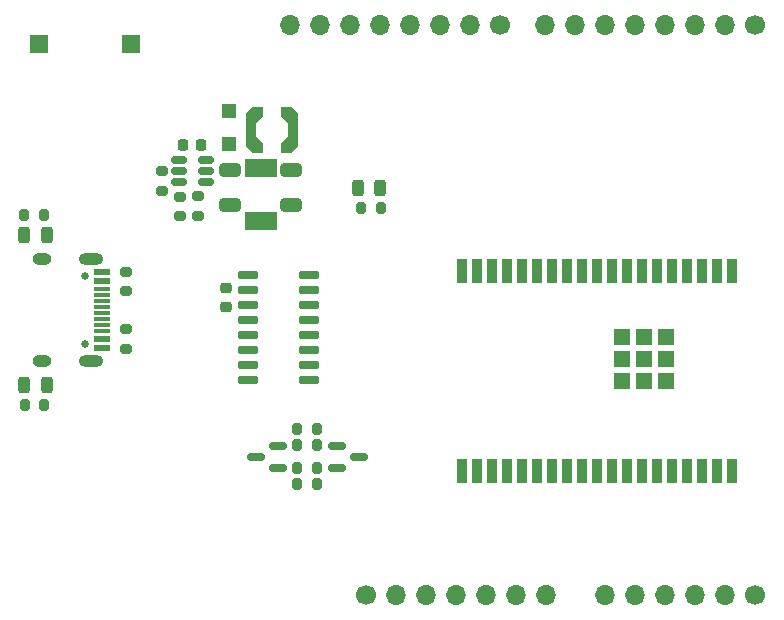
<source format=gbr>
%TF.GenerationSoftware,KiCad,Pcbnew,8.0.5*%
%TF.CreationDate,2024-12-12T18:20:32+01:00*%
%TF.ProjectId,Arduino_ESP,41726475-696e-46f5-9f45-53502e6b6963,rev?*%
%TF.SameCoordinates,Original*%
%TF.FileFunction,Soldermask,Top*%
%TF.FilePolarity,Negative*%
%FSLAX46Y46*%
G04 Gerber Fmt 4.6, Leading zero omitted, Abs format (unit mm)*
G04 Created by KiCad (PCBNEW 8.0.5) date 2024-12-12 18:20:32*
%MOMM*%
%LPD*%
G01*
G04 APERTURE LIST*
G04 Aperture macros list*
%AMRoundRect*
0 Rectangle with rounded corners*
0 $1 Rounding radius*
0 $2 $3 $4 $5 $6 $7 $8 $9 X,Y pos of 4 corners*
0 Add a 4 corners polygon primitive as box body*
4,1,4,$2,$3,$4,$5,$6,$7,$8,$9,$2,$3,0*
0 Add four circle primitives for the rounded corners*
1,1,$1+$1,$2,$3*
1,1,$1+$1,$4,$5*
1,1,$1+$1,$6,$7*
1,1,$1+$1,$8,$9*
0 Add four rect primitives between the rounded corners*
20,1,$1+$1,$2,$3,$4,$5,0*
20,1,$1+$1,$4,$5,$6,$7,0*
20,1,$1+$1,$6,$7,$8,$9,0*
20,1,$1+$1,$8,$9,$2,$3,0*%
%AMFreePoly0*
4,1,11,1.015000,1.170000,0.435000,0.575000,0.435000,-0.575000,1.015000,-1.170000,1.015000,-1.945000,0.125000,-1.945000,-0.435000,-1.395000,-0.435000,1.395000,0.125000,1.945000,1.015000,1.945000,1.015000,1.170000,1.015000,1.170000,$1*%
%AMFreePoly1*
4,1,11,0.435000,1.395000,0.435000,-1.395000,-0.125000,-1.945000,-1.015000,-1.945000,-1.015000,-1.170000,-0.435000,-0.575000,-0.435000,0.575000,-1.015000,1.170000,-1.015000,1.945000,-0.125000,1.945000,0.435000,1.395000,0.435000,1.395000,$1*%
G04 Aperture macros list end*
%ADD10RoundRect,0.250000X-0.650000X0.325000X-0.650000X-0.325000X0.650000X-0.325000X0.650000X0.325000X0*%
%ADD11RoundRect,0.150000X0.587500X0.150000X-0.587500X0.150000X-0.587500X-0.150000X0.587500X-0.150000X0*%
%ADD12R,1.500000X1.500000*%
%ADD13RoundRect,0.200000X-0.200000X-0.275000X0.200000X-0.275000X0.200000X0.275000X-0.200000X0.275000X0*%
%ADD14C,1.700000*%
%ADD15O,1.700000X1.700000*%
%ADD16RoundRect,0.150000X-0.725000X-0.150000X0.725000X-0.150000X0.725000X0.150000X-0.725000X0.150000X0*%
%ADD17RoundRect,0.200000X0.200000X0.275000X-0.200000X0.275000X-0.200000X-0.275000X0.200000X-0.275000X0*%
%ADD18FreePoly0,0.000000*%
%ADD19FreePoly1,0.000000*%
%ADD20RoundRect,0.243750X0.243750X0.456250X-0.243750X0.456250X-0.243750X-0.456250X0.243750X-0.456250X0*%
%ADD21RoundRect,0.243750X-0.243750X-0.456250X0.243750X-0.456250X0.243750X0.456250X-0.243750X0.456250X0*%
%ADD22RoundRect,0.225000X0.250000X-0.225000X0.250000X0.225000X-0.250000X0.225000X-0.250000X-0.225000X0*%
%ADD23RoundRect,0.150000X-0.587500X-0.150000X0.587500X-0.150000X0.587500X0.150000X-0.587500X0.150000X0*%
%ADD24R,0.900000X2.000000*%
%ADD25R,1.330000X1.330000*%
%ADD26RoundRect,0.200000X0.275000X-0.200000X0.275000X0.200000X-0.275000X0.200000X-0.275000X-0.200000X0*%
%ADD27C,0.650000*%
%ADD28R,1.450000X0.600000*%
%ADD29R,1.450000X0.300000*%
%ADD30O,2.100000X1.000000*%
%ADD31O,1.600000X1.000000*%
%ADD32RoundRect,0.200000X-0.275000X0.200000X-0.275000X-0.200000X0.275000X-0.200000X0.275000X0.200000X0*%
%ADD33R,2.700000X1.500000*%
%ADD34RoundRect,0.225000X-0.225000X-0.250000X0.225000X-0.250000X0.225000X0.250000X-0.225000X0.250000X0*%
%ADD35RoundRect,0.150000X-0.512500X-0.150000X0.512500X-0.150000X0.512500X0.150000X-0.512500X0.150000X0*%
%ADD36R,1.200000X1.200000*%
G04 APERTURE END LIST*
D10*
%TO.C,C2*%
X136601200Y-75131400D03*
X136601200Y-78081400D03*
%TD*%
D11*
%TO.C,IC2*%
X140652000Y-100340200D03*
X140652000Y-98440200D03*
X138777000Y-99390200D03*
%TD*%
D12*
%TO.C,SW1*%
X128207600Y-64414400D03*
X120407600Y-64414400D03*
%TD*%
D13*
%TO.C,R10*%
X119215400Y-94996000D03*
X120865400Y-94996000D03*
%TD*%
D14*
%TO.C,J1*%
X181100000Y-62800000D03*
D15*
X178560000Y-62800000D03*
X176020000Y-62800000D03*
X173480000Y-62800000D03*
X170940000Y-62800000D03*
X168400000Y-62800000D03*
X165860000Y-62800000D03*
X163320000Y-62800000D03*
%TD*%
D16*
%TO.C,U1*%
X138106000Y-84023200D03*
X138106000Y-85293200D03*
X138106000Y-86563200D03*
X138106000Y-87833200D03*
X138106000Y-89103200D03*
X138106000Y-90373200D03*
X138106000Y-91643200D03*
X138106000Y-92913200D03*
X143256000Y-92913200D03*
X143256000Y-91643200D03*
X143256000Y-90373200D03*
X143256000Y-89103200D03*
X143256000Y-87833200D03*
X143256000Y-86563200D03*
X143256000Y-85293200D03*
X143256000Y-84023200D03*
%TD*%
D17*
%TO.C,R5*%
X143966200Y-100355400D03*
X142316200Y-100355400D03*
%TD*%
D14*
%TO.C,J2*%
X159500000Y-62800000D03*
D15*
X156960000Y-62800000D03*
X154420000Y-62800000D03*
X151880000Y-62800000D03*
X149340000Y-62800000D03*
X146800000Y-62800000D03*
X144260000Y-62800000D03*
X141720000Y-62800000D03*
%TD*%
D18*
%TO.C,L1*%
X138392200Y-71729600D03*
D19*
X141922200Y-71729600D03*
%TD*%
D20*
%TO.C,D5*%
X149324300Y-76606400D03*
X147449300Y-76606400D03*
%TD*%
D21*
%TO.C,D2*%
X119204500Y-80568800D03*
X121079500Y-80568800D03*
%TD*%
D14*
%TO.C,J4*%
X148160000Y-111100000D03*
D15*
X150700000Y-111100000D03*
X153240000Y-111100000D03*
X155780000Y-111100000D03*
X158320000Y-111100000D03*
X160860000Y-111100000D03*
X163400000Y-111100000D03*
%TD*%
D22*
%TO.C,C1*%
X136312200Y-86669000D03*
X136312200Y-85119000D03*
%TD*%
D23*
%TO.C,IC3*%
X145658100Y-98455400D03*
X145658100Y-100355400D03*
X147533100Y-99405400D03*
%TD*%
D24*
%TO.C,IC1*%
X179147000Y-83616000D03*
X177877000Y-83616000D03*
X176607000Y-83616000D03*
X175337000Y-83616000D03*
X174067000Y-83616000D03*
X172797000Y-83616000D03*
X171527000Y-83616000D03*
X170257000Y-83616000D03*
X168987000Y-83616000D03*
X167717000Y-83616000D03*
X166447000Y-83616000D03*
X165177000Y-83616000D03*
X163907000Y-83616000D03*
X162637000Y-83616000D03*
X161367000Y-83616000D03*
X160097000Y-83616000D03*
X158827000Y-83616000D03*
X157557000Y-83616000D03*
X156287000Y-83616000D03*
X156287000Y-100616000D03*
X157557000Y-100616000D03*
X158827000Y-100616000D03*
X160097000Y-100616000D03*
X161367000Y-100616000D03*
X162637000Y-100616000D03*
X163907000Y-100616000D03*
X165177000Y-100616000D03*
X166447000Y-100616000D03*
X167717000Y-100616000D03*
X168987000Y-100616000D03*
X170257000Y-100616000D03*
X171527000Y-100616000D03*
X172797000Y-100616000D03*
X174067000Y-100616000D03*
X175337000Y-100616000D03*
X176607000Y-100616000D03*
X177877000Y-100616000D03*
X179147000Y-100616000D03*
D25*
X173482000Y-89281000D03*
X171647000Y-89281000D03*
X169812000Y-89281000D03*
X169812000Y-91116000D03*
X169812000Y-92951000D03*
X171647000Y-92951000D03*
X173482000Y-92951000D03*
X173482000Y-91116000D03*
X171647000Y-91116000D03*
%TD*%
D26*
%TO.C,R14*%
X127762000Y-85356200D03*
X127762000Y-83706200D03*
%TD*%
D27*
%TO.C,J6*%
X124335800Y-84060000D03*
X124335800Y-89840000D03*
D28*
X125780800Y-83700000D03*
X125780800Y-84500000D03*
D29*
X125780800Y-85700000D03*
X125780800Y-86700000D03*
X125780800Y-87200000D03*
X125780800Y-88200000D03*
D28*
X125780800Y-89400000D03*
X125780800Y-90200000D03*
X125780800Y-90200000D03*
X125780800Y-89400000D03*
D29*
X125780800Y-88700000D03*
X125780800Y-87700000D03*
X125780800Y-86200000D03*
X125780800Y-85200000D03*
D28*
X125780800Y-84500000D03*
X125780800Y-83700000D03*
D30*
X124865800Y-82630000D03*
D31*
X120685800Y-82630000D03*
D30*
X124865800Y-91270000D03*
D31*
X120685800Y-91270000D03*
%TD*%
D26*
%TO.C,R9*%
X133908800Y-78955400D03*
X133908800Y-77305400D03*
%TD*%
D17*
%TO.C,R23*%
X149364200Y-78333600D03*
X147714200Y-78333600D03*
%TD*%
D13*
%TO.C,R6*%
X142316200Y-98425000D03*
X143966200Y-98425000D03*
%TD*%
%TO.C,R7*%
X142316200Y-97053400D03*
X143966200Y-97053400D03*
%TD*%
D32*
%TO.C,R15*%
X127762000Y-88583000D03*
X127762000Y-90233000D03*
%TD*%
D10*
%TO.C,C4*%
X141782800Y-75082400D03*
X141782800Y-78032400D03*
%TD*%
D26*
%TO.C,R12*%
X132334000Y-79006200D03*
X132334000Y-77356200D03*
%TD*%
D33*
%TO.C,D3*%
X139192000Y-79453000D03*
X139192000Y-74931800D03*
%TD*%
D13*
%TO.C,R11*%
X119203200Y-78892400D03*
X120853200Y-78892400D03*
%TD*%
%TO.C,R8*%
X142316200Y-101727000D03*
X143966200Y-101727000D03*
%TD*%
D34*
%TO.C,C3*%
X132638800Y-72999600D03*
X134188800Y-72999600D03*
%TD*%
D14*
%TO.C,J3*%
X181100000Y-111100000D03*
D15*
X178560000Y-111100000D03*
X176020000Y-111100000D03*
X173480000Y-111100000D03*
X170940000Y-111100000D03*
X168400000Y-111100000D03*
%TD*%
D35*
%TO.C,U2*%
X132314100Y-74256400D03*
X132314100Y-75206400D03*
X132314100Y-76156400D03*
X134589100Y-76156400D03*
X134589100Y-75206400D03*
X134589100Y-74256400D03*
%TD*%
D26*
%TO.C,R13*%
X130810000Y-76872600D03*
X130810000Y-75222600D03*
%TD*%
D21*
%TO.C,D1*%
X119204500Y-93319600D03*
X121079500Y-93319600D03*
%TD*%
D36*
%TO.C,D4*%
X136550400Y-70075600D03*
X136550400Y-72875600D03*
%TD*%
M02*

</source>
